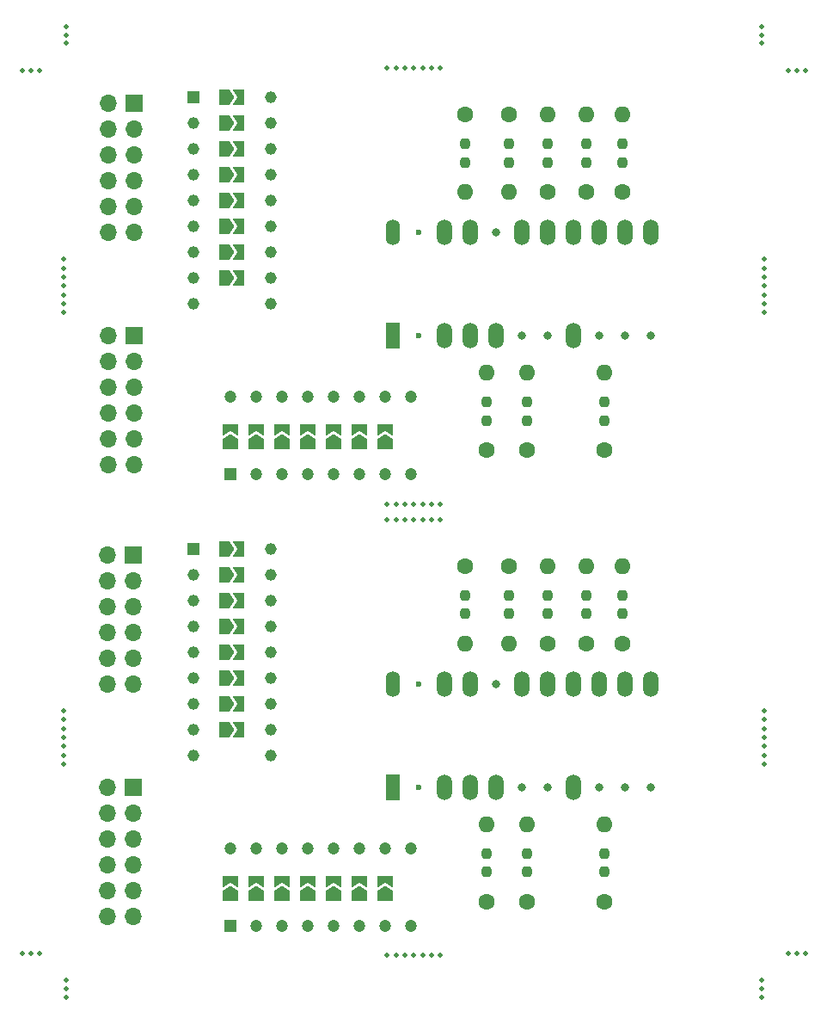
<source format=gbr>
%TF.GenerationSoftware,KiCad,Pcbnew,7.0.1*%
%TF.CreationDate,2023-05-14T01:33:17+09:00*%
%TF.ProjectId,___,62d8512e-6b69-4636-9164-5f7063625858,rev?*%
%TF.SameCoordinates,Original*%
%TF.FileFunction,Soldermask,Top*%
%TF.FilePolarity,Negative*%
%FSLAX46Y46*%
G04 Gerber Fmt 4.6, Leading zero omitted, Abs format (unit mm)*
G04 Created by KiCad (PCBNEW 7.0.1) date 2023-05-14 01:33:17*
%MOMM*%
%LPD*%
G01*
G04 APERTURE LIST*
G04 Aperture macros list*
%AMRoundRect*
0 Rectangle with rounded corners*
0 $1 Rounding radius*
0 $2 $3 $4 $5 $6 $7 $8 $9 X,Y pos of 4 corners*
0 Add a 4 corners polygon primitive as box body*
4,1,4,$2,$3,$4,$5,$6,$7,$8,$9,$2,$3,0*
0 Add four circle primitives for the rounded corners*
1,1,$1+$1,$2,$3*
1,1,$1+$1,$4,$5*
1,1,$1+$1,$6,$7*
1,1,$1+$1,$8,$9*
0 Add four rect primitives between the rounded corners*
20,1,$1+$1,$2,$3,$4,$5,0*
20,1,$1+$1,$4,$5,$6,$7,0*
20,1,$1+$1,$6,$7,$8,$9,0*
20,1,$1+$1,$8,$9,$2,$3,0*%
%AMFreePoly0*
4,1,6,1.000000,0.000000,0.500000,-0.750000,-0.500000,-0.750000,-0.500000,0.750000,0.500000,0.750000,1.000000,0.000000,1.000000,0.000000,$1*%
%AMFreePoly1*
4,1,6,0.500000,-0.750000,-0.650000,-0.750000,-0.150000,0.000000,-0.650000,0.750000,0.500000,0.750000,0.500000,-0.750000,0.500000,-0.750000,$1*%
G04 Aperture macros list end*
%ADD10R,1.700000X1.700000*%
%ADD11O,1.700000X1.700000*%
%ADD12C,0.500000*%
%ADD13C,1.600000*%
%ADD14RoundRect,0.237500X0.237500X-0.250000X0.237500X0.250000X-0.237500X0.250000X-0.237500X-0.250000X0*%
%ADD15O,1.600000X1.600000*%
%ADD16R,1.150000X1.150000*%
%ADD17FreePoly0,0.000000*%
%ADD18C,1.150000*%
%ADD19FreePoly1,0.000000*%
%ADD20R,1.200000X1.200000*%
%ADD21FreePoly0,90.000000*%
%ADD22C,1.200000*%
%ADD23FreePoly1,90.000000*%
%ADD24RoundRect,0.237500X-0.237500X0.250000X-0.237500X-0.250000X0.237500X-0.250000X0.237500X0.250000X0*%
%ADD25C,0.600000*%
%ADD26C,0.800000*%
%ADD27R,1.400000X2.524000*%
%ADD28O,1.524000X2.524000*%
%ADD29O,1.400000X2.524000*%
G04 APERTURE END LIST*
D10*
%TO.C,J2*%
X182330500Y-95565000D03*
D11*
X182330500Y-98105000D03*
X182330500Y-100645000D03*
X182330500Y-103185000D03*
X182330500Y-105725000D03*
X182330500Y-108265000D03*
X179790500Y-95565000D03*
X179790500Y-98105000D03*
X179790500Y-100645000D03*
X179790500Y-103185000D03*
X179790500Y-105725000D03*
X179790500Y-108265000D03*
%TD*%
D10*
%TO.C,J1*%
X182392500Y-72705000D03*
D11*
X182392500Y-75245000D03*
X182392500Y-77785000D03*
X182392500Y-80325000D03*
X182392500Y-82865000D03*
X182392500Y-85405000D03*
X179852500Y-72705000D03*
X179852500Y-75245000D03*
X179852500Y-77785000D03*
X179852500Y-80325000D03*
X179852500Y-82865000D03*
X179852500Y-85405000D03*
%TD*%
D10*
%TO.C,J2*%
X182454500Y-51115000D03*
D11*
X182454500Y-53655000D03*
X182454500Y-56195000D03*
X182454500Y-58735000D03*
X182454500Y-61275000D03*
X182454500Y-63815000D03*
X179914500Y-51115000D03*
X179914500Y-53655000D03*
X179914500Y-56195000D03*
X179914500Y-58735000D03*
X179914500Y-61275000D03*
X179914500Y-63815000D03*
%TD*%
D10*
%TO.C,J1*%
X182457500Y-28255000D03*
D11*
X182457500Y-30795000D03*
X182457500Y-33335000D03*
X182457500Y-35875000D03*
X182457500Y-38415000D03*
X182457500Y-40955000D03*
X179917500Y-28255000D03*
X179917500Y-30795000D03*
X179917500Y-33335000D03*
X179917500Y-35875000D03*
X179917500Y-38415000D03*
X179917500Y-40955000D03*
%TD*%
D12*
%TO.C,REF\u002A\u002A*%
X247726500Y-25000000D03*
%TD*%
%TO.C,REF\u002A\u002A*%
X207375000Y-69168000D03*
%TD*%
%TO.C,REF\u002A\u002A*%
X175523500Y-43584000D03*
%TD*%
%TO.C,REF\u002A\u002A*%
X244226500Y-20666667D03*
%TD*%
D13*
%TO.C,R2*%
X223144500Y-81356000D03*
D14*
X223144500Y-78458500D03*
X223144500Y-76633500D03*
D15*
X223144500Y-73736000D03*
%TD*%
D13*
%TO.C,R2*%
X223144500Y-36938000D03*
D14*
X223144500Y-34040500D03*
X223144500Y-32215500D03*
D15*
X223144500Y-29318000D03*
%TD*%
D12*
%TO.C,REF\u002A\u002A*%
X208250000Y-67668000D03*
%TD*%
%TO.C,REF\u002A\u002A*%
X175773500Y-22333334D03*
%TD*%
%TO.C,REF\u002A\u002A*%
X175773500Y-114502666D03*
%TD*%
%TO.C,REF\u002A\u002A*%
X212625000Y-69168000D03*
%TD*%
%TO.C,REF\u002A\u002A*%
X212625000Y-67668000D03*
%TD*%
%TO.C,REF\u002A\u002A*%
X244476500Y-47959000D03*
%TD*%
%TO.C,REF\u002A\u002A*%
X248559833Y-25000000D03*
%TD*%
%TO.C,REF\u002A\u002A*%
X175523500Y-92377000D03*
%TD*%
D13*
%TO.C,R8*%
X228732500Y-106756000D03*
D14*
X228732500Y-103858500D03*
X228732500Y-102033500D03*
D15*
X228732500Y-99136000D03*
%TD*%
D13*
%TO.C,R8*%
X228732500Y-62338000D03*
D14*
X228732500Y-59440500D03*
X228732500Y-57615500D03*
D15*
X228732500Y-54718000D03*
%TD*%
D12*
%TO.C,REF\u002A\u002A*%
X175523500Y-88002000D03*
%TD*%
%TO.C,REF\u002A\u002A*%
X175523500Y-93252000D03*
%TD*%
%TO.C,REF\u002A\u002A*%
X246893166Y-111836000D03*
%TD*%
%TO.C,REF\u002A\u002A*%
X175523500Y-89752000D03*
%TD*%
%TO.C,REF\u002A\u002A*%
X244476500Y-92377000D03*
%TD*%
%TO.C,REF\u002A\u002A*%
X210000000Y-112086000D03*
%TD*%
%TO.C,REF\u002A\u002A*%
X175523500Y-44459000D03*
%TD*%
%TO.C,REF\u002A\u002A*%
X244476500Y-48834000D03*
%TD*%
D16*
%TO.C,IC1*%
X188293500Y-72085000D03*
D17*
X191341500Y-72085000D03*
D18*
X188293500Y-74625000D03*
D17*
X191341500Y-74625000D03*
D18*
X188293500Y-77165000D03*
D17*
X191341500Y-77165000D03*
D18*
X188293500Y-79705000D03*
D17*
X191341500Y-79705000D03*
D18*
X188293500Y-82245000D03*
D17*
X191341500Y-82245000D03*
D18*
X188293500Y-84785000D03*
D17*
X191341500Y-84785000D03*
D18*
X188293500Y-87325000D03*
D17*
X191341500Y-87325000D03*
D18*
X188293500Y-89865000D03*
D17*
X191341500Y-89865000D03*
D18*
X188293500Y-92405000D03*
X195913500Y-92405000D03*
D19*
X192791500Y-89865000D03*
D18*
X195913500Y-89865000D03*
D19*
X192791500Y-87325000D03*
D18*
X195913500Y-87325000D03*
D19*
X192791500Y-84785000D03*
D18*
X195913500Y-84785000D03*
D19*
X192791500Y-82245000D03*
D18*
X195913500Y-82245000D03*
D19*
X192791500Y-79705000D03*
D18*
X195913500Y-79705000D03*
D19*
X192791500Y-77165000D03*
D18*
X195913500Y-77165000D03*
D19*
X192791500Y-74625000D03*
D18*
X195913500Y-74625000D03*
D19*
X192791500Y-72085000D03*
D18*
X195913500Y-72085000D03*
%TD*%
D16*
%TO.C,IC1*%
X188293500Y-27667000D03*
D17*
X191341500Y-27667000D03*
D18*
X188293500Y-30207000D03*
D17*
X191341500Y-30207000D03*
D18*
X188293500Y-32747000D03*
D17*
X191341500Y-32747000D03*
D18*
X188293500Y-35287000D03*
D17*
X191341500Y-35287000D03*
D18*
X188293500Y-37827000D03*
D17*
X191341500Y-37827000D03*
D18*
X188293500Y-40367000D03*
D17*
X191341500Y-40367000D03*
D18*
X188293500Y-42907000D03*
D17*
X191341500Y-42907000D03*
D18*
X188293500Y-45447000D03*
D17*
X191341500Y-45447000D03*
D18*
X188293500Y-47987000D03*
X195913500Y-47987000D03*
D19*
X192791500Y-45447000D03*
D18*
X195913500Y-45447000D03*
D19*
X192791500Y-42907000D03*
D18*
X195913500Y-42907000D03*
D19*
X192791500Y-40367000D03*
D18*
X195913500Y-40367000D03*
D19*
X192791500Y-37827000D03*
D18*
X195913500Y-37827000D03*
D19*
X192791500Y-35287000D03*
D18*
X195913500Y-35287000D03*
D19*
X192791500Y-32747000D03*
D18*
X195913500Y-32747000D03*
D19*
X192791500Y-30207000D03*
D18*
X195913500Y-30207000D03*
D19*
X192791500Y-27667000D03*
D18*
X195913500Y-27667000D03*
%TD*%
D12*
%TO.C,REF\u002A\u002A*%
X244226500Y-116169333D03*
%TD*%
%TO.C,REF\u002A\u002A*%
X175523500Y-47084000D03*
%TD*%
%TO.C,REF\u002A\u002A*%
X175523500Y-90627000D03*
%TD*%
%TO.C,REF\u002A\u002A*%
X212625000Y-112086000D03*
%TD*%
%TO.C,REF\u002A\u002A*%
X209125000Y-24750000D03*
%TD*%
%TO.C,REF\u002A\u002A*%
X207375000Y-24750000D03*
%TD*%
%TO.C,REF\u002A\u002A*%
X172273500Y-25000000D03*
%TD*%
%TO.C,REF\u002A\u002A*%
X175523500Y-48834000D03*
%TD*%
%TO.C,REF\u002A\u002A*%
X172273500Y-111836000D03*
%TD*%
%TO.C,REF\u002A\u002A*%
X210000000Y-24750000D03*
%TD*%
D20*
%TO.C,IC2*%
X191902500Y-64714000D03*
D21*
X191902500Y-61772000D03*
D22*
X194442500Y-64714000D03*
D21*
X194442500Y-61772000D03*
D22*
X196982500Y-64714000D03*
D21*
X196982500Y-61772000D03*
D22*
X199522500Y-64714000D03*
D21*
X199522500Y-61772000D03*
D22*
X202062500Y-64714000D03*
D21*
X202062500Y-61772000D03*
D22*
X204602500Y-64714000D03*
D21*
X204602500Y-61772000D03*
D22*
X207142500Y-64714000D03*
D21*
X207142500Y-61772000D03*
D22*
X209682500Y-64714000D03*
X209682500Y-57094000D03*
D23*
X207142500Y-60322000D03*
D22*
X207142500Y-57094000D03*
D23*
X204602500Y-60322000D03*
D22*
X204602500Y-57094000D03*
D23*
X202062500Y-60322000D03*
D22*
X202062500Y-57094000D03*
D23*
X199522500Y-60322000D03*
D22*
X199522500Y-57094000D03*
D23*
X196982500Y-60322000D03*
D22*
X196982500Y-57094000D03*
D23*
X194442500Y-60322000D03*
D22*
X194442500Y-57094000D03*
D23*
X191902500Y-60322000D03*
D22*
X191902500Y-57094000D03*
%TD*%
D20*
%TO.C,IC2*%
X191902500Y-109132000D03*
D21*
X191902500Y-106190000D03*
D22*
X194442500Y-109132000D03*
D21*
X194442500Y-106190000D03*
D22*
X196982500Y-109132000D03*
D21*
X196982500Y-106190000D03*
D22*
X199522500Y-109132000D03*
D21*
X199522500Y-106190000D03*
D22*
X202062500Y-109132000D03*
D21*
X202062500Y-106190000D03*
D22*
X204602500Y-109132000D03*
D21*
X204602500Y-106190000D03*
D22*
X207142500Y-109132000D03*
D21*
X207142500Y-106190000D03*
D22*
X209682500Y-109132000D03*
X209682500Y-101512000D03*
D23*
X207142500Y-104740000D03*
D22*
X207142500Y-101512000D03*
D23*
X204602500Y-104740000D03*
D22*
X204602500Y-101512000D03*
D23*
X202062500Y-104740000D03*
D22*
X202062500Y-101512000D03*
D23*
X199522500Y-104740000D03*
D22*
X199522500Y-101512000D03*
D23*
X196982500Y-104740000D03*
D22*
X196982500Y-101512000D03*
D23*
X194442500Y-104740000D03*
D22*
X194442500Y-101512000D03*
D23*
X191902500Y-104740000D03*
D22*
X191902500Y-101512000D03*
%TD*%
D12*
%TO.C,REF\u002A\u002A*%
X208250000Y-24750000D03*
%TD*%
%TO.C,REF\u002A\u002A*%
X175523500Y-88877000D03*
%TD*%
%TO.C,REF\u002A\u002A*%
X208250000Y-112086000D03*
%TD*%
D13*
%TO.C,R5*%
X215016500Y-73736000D03*
D24*
X215016500Y-76633500D03*
X215016500Y-78458500D03*
D15*
X215016500Y-81356000D03*
%TD*%
D13*
%TO.C,R5*%
X215016500Y-29318000D03*
D24*
X215016500Y-32215500D03*
X215016500Y-34040500D03*
D15*
X215016500Y-36938000D03*
%TD*%
D12*
%TO.C,REF\u002A\u002A*%
X211750000Y-112086000D03*
%TD*%
%TO.C,REF\u002A\u002A*%
X207375000Y-112086000D03*
%TD*%
%TO.C,REF\u002A\u002A*%
X211750000Y-67668000D03*
%TD*%
%TO.C,REF\u002A\u002A*%
X173106834Y-25000000D03*
%TD*%
D13*
%TO.C,R4*%
X226954500Y-81356000D03*
D14*
X226954500Y-78458500D03*
X226954500Y-76633500D03*
D15*
X226954500Y-73736000D03*
%TD*%
D13*
%TO.C,R4*%
X226954500Y-36938000D03*
D14*
X226954500Y-34040500D03*
X226954500Y-32215500D03*
D15*
X226954500Y-29318000D03*
%TD*%
D12*
%TO.C,REF\u002A\u002A*%
X175523500Y-46209000D03*
%TD*%
%TO.C,REF\u002A\u002A*%
X175773500Y-116169333D03*
%TD*%
%TO.C,REF\u002A\u002A*%
X175773500Y-20666667D03*
%TD*%
%TO.C,REF\u002A\u002A*%
X209125000Y-69168000D03*
%TD*%
%TO.C,REF\u002A\u002A*%
X209125000Y-112086000D03*
%TD*%
%TO.C,REF\u002A\u002A*%
X207375000Y-67668000D03*
%TD*%
%TO.C,REF\u002A\u002A*%
X244476500Y-43584000D03*
%TD*%
%TO.C,REF\u002A\u002A*%
X244476500Y-90627000D03*
%TD*%
%TO.C,REF\u002A\u002A*%
X244476500Y-44459000D03*
%TD*%
%TO.C,REF\u002A\u002A*%
X212625000Y-24750000D03*
%TD*%
%TO.C,REF\u002A\u002A*%
X244476500Y-45334000D03*
%TD*%
%TO.C,REF\u002A\u002A*%
X244476500Y-88877000D03*
%TD*%
%TO.C,REF\u002A\u002A*%
X244476500Y-91502000D03*
%TD*%
%TO.C,REF\u002A\u002A*%
X210000000Y-67668000D03*
%TD*%
%TO.C,REF\u002A\u002A*%
X210875000Y-69168000D03*
%TD*%
%TO.C,REF\u002A\u002A*%
X171440167Y-111836000D03*
%TD*%
%TO.C,REF\u002A\u002A*%
X244226500Y-22333334D03*
%TD*%
%TO.C,REF\u002A\u002A*%
X210875000Y-67668000D03*
%TD*%
%TO.C,REF\u002A\u002A*%
X210875000Y-24750000D03*
%TD*%
%TO.C,REF\u002A\u002A*%
X175773500Y-21500000D03*
%TD*%
%TO.C,REF\u002A\u002A*%
X244476500Y-47084000D03*
%TD*%
%TO.C,REF\u002A\u002A*%
X244476500Y-88002000D03*
%TD*%
D25*
%TO.C,IC3*%
X210508000Y-95516000D03*
D26*
X220668000Y-95516000D03*
X223208000Y-95516000D03*
X228288000Y-95516000D03*
X230828000Y-95516000D03*
X233368000Y-95516000D03*
D25*
X210508000Y-85356000D03*
D26*
X218128000Y-85356000D03*
D27*
X207968000Y-95516000D03*
D28*
X213048000Y-95516000D03*
X215588000Y-95516000D03*
X218128000Y-95516000D03*
X225748000Y-95516000D03*
X233368000Y-85356000D03*
X230828000Y-85356000D03*
X228288000Y-85356000D03*
X225748000Y-85356000D03*
X223208000Y-85356000D03*
X220668000Y-85356000D03*
X215588000Y-85356000D03*
X213048000Y-85356000D03*
D29*
X207968000Y-85356000D03*
%TD*%
D25*
%TO.C,IC3*%
X210508000Y-51098000D03*
D26*
X220668000Y-51098000D03*
X223208000Y-51098000D03*
X228288000Y-51098000D03*
X230828000Y-51098000D03*
X233368000Y-51098000D03*
D25*
X210508000Y-40938000D03*
D26*
X218128000Y-40938000D03*
D27*
X207968000Y-51098000D03*
D28*
X213048000Y-51098000D03*
X215588000Y-51098000D03*
X218128000Y-51098000D03*
X225748000Y-51098000D03*
X233368000Y-40938000D03*
X230828000Y-40938000D03*
X228288000Y-40938000D03*
X225748000Y-40938000D03*
X223208000Y-40938000D03*
X220668000Y-40938000D03*
X215588000Y-40938000D03*
X213048000Y-40938000D03*
D29*
X207968000Y-40938000D03*
%TD*%
D12*
%TO.C,REF\u002A\u002A*%
X210000000Y-69168000D03*
%TD*%
%TO.C,REF\u002A\u002A*%
X208250000Y-69168000D03*
%TD*%
%TO.C,REF\u002A\u002A*%
X244226500Y-114502666D03*
%TD*%
%TO.C,REF\u002A\u002A*%
X173106834Y-111836000D03*
%TD*%
%TO.C,REF\u002A\u002A*%
X244476500Y-89752000D03*
%TD*%
%TO.C,REF\u002A\u002A*%
X175523500Y-47959000D03*
%TD*%
%TO.C,REF\u002A\u002A*%
X244476500Y-46209000D03*
%TD*%
%TO.C,REF\u002A\u002A*%
X244476500Y-93252000D03*
%TD*%
%TO.C,REF\u002A\u002A*%
X246893166Y-25000000D03*
%TD*%
%TO.C,REF\u002A\u002A*%
X175523500Y-91502000D03*
%TD*%
%TO.C,REF\u002A\u002A*%
X211750000Y-24750000D03*
%TD*%
D13*
%TO.C,R6*%
X219334500Y-29318000D03*
D24*
X219334500Y-32215500D03*
X219334500Y-34040500D03*
D15*
X219334500Y-36938000D03*
%TD*%
D13*
%TO.C,R6*%
X219334500Y-73736000D03*
D24*
X219334500Y-76633500D03*
X219334500Y-78458500D03*
D15*
X219334500Y-81356000D03*
%TD*%
D13*
%TO.C,R7*%
X221112500Y-106756000D03*
D14*
X221112500Y-103858500D03*
X221112500Y-102033500D03*
D15*
X221112500Y-99136000D03*
%TD*%
D13*
%TO.C,R7*%
X221112500Y-62338000D03*
D14*
X221112500Y-59440500D03*
X221112500Y-57615500D03*
D15*
X221112500Y-54718000D03*
%TD*%
D13*
%TO.C,R1*%
X230510500Y-36938000D03*
D14*
X230510500Y-34040500D03*
X230510500Y-32215500D03*
D15*
X230510500Y-29318000D03*
%TD*%
D13*
%TO.C,R1*%
X230510500Y-81356000D03*
D14*
X230510500Y-78458500D03*
X230510500Y-76633500D03*
D15*
X230510500Y-73736000D03*
%TD*%
D12*
%TO.C,REF\u002A\u002A*%
X211750000Y-69168000D03*
%TD*%
%TO.C,REF\u002A\u002A*%
X244226500Y-115336000D03*
%TD*%
%TO.C,REF\u002A\u002A*%
X244226500Y-21500000D03*
%TD*%
%TO.C,REF\u002A\u002A*%
X175773500Y-115336000D03*
%TD*%
%TO.C,REF\u002A\u002A*%
X248559833Y-111836000D03*
%TD*%
%TO.C,REF\u002A\u002A*%
X175523500Y-45334000D03*
%TD*%
%TO.C,REF\u002A\u002A*%
X210875000Y-112086000D03*
%TD*%
%TO.C,REF\u002A\u002A*%
X209125000Y-67668000D03*
%TD*%
%TO.C,REF\u002A\u002A*%
X247726500Y-111836000D03*
%TD*%
%TO.C,REF\u002A\u002A*%
X171440167Y-25000000D03*
%TD*%
D13*
%TO.C,R3*%
X217175500Y-62338000D03*
D14*
X217175500Y-59440500D03*
X217175500Y-57615500D03*
D15*
X217175500Y-54718000D03*
%TD*%
D13*
%TO.C,R3*%
X217175500Y-106756000D03*
D14*
X217175500Y-103858500D03*
X217175500Y-102033500D03*
D15*
X217175500Y-99136000D03*
%TD*%
M02*

</source>
